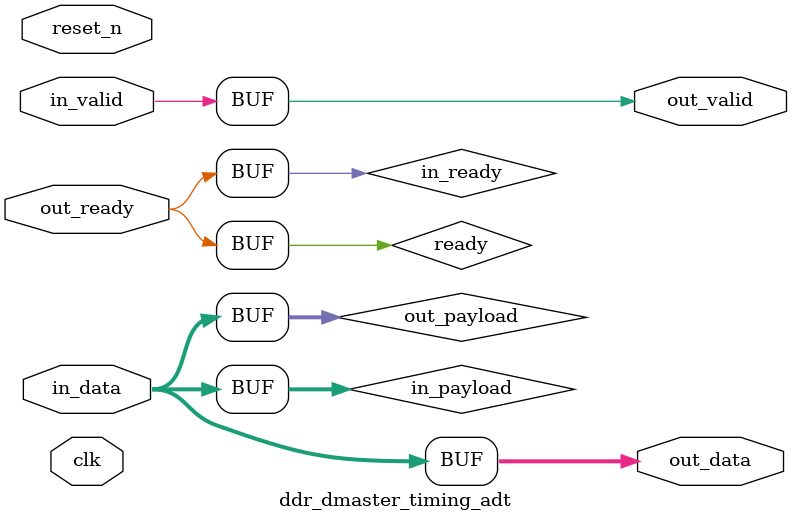
<source format=v>

`timescale 1ns / 100ps
module ddr_dmaster_timing_adt (
    
      // Interface: clk
      input              clk,
      // Interface: reset
      input              reset_n,
      // Interface: in
      input              in_valid,
      input      [ 7: 0] in_data,
      // Interface: out
      output reg         out_valid,
      output reg [ 7: 0] out_data,
      input              out_ready
);




   // ---------------------------------------------------------------------
   //| Signal Declarations
   // ---------------------------------------------------------------------

   reg  [ 7: 0] in_payload;
   reg  [ 7: 0] out_payload;
   reg  [ 0: 0] ready;
   reg          in_ready;
   // synthesis translate_off
   always @(negedge in_ready) begin
      $display("%m: The downstream component is backpressuring by deasserting ready, but the upstream component can't be backpressured.");
   end
   // synthesis translate_on   


   // ---------------------------------------------------------------------
   //| Payload Mapping
   // ---------------------------------------------------------------------
   always @* begin
     in_payload = {in_data};
     {out_data} = out_payload;
   end

   // ---------------------------------------------------------------------
   //| Ready & valid signals.
   // ---------------------------------------------------------------------
   always @* begin
     ready[0] = out_ready;
     out_valid = in_valid;
     out_payload = in_payload;
     in_ready = ready[0];
   end




endmodule


</source>
